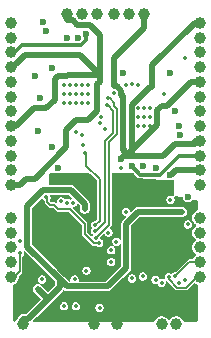
<source format=gbr>
G04 #@! TF.GenerationSoftware,KiCad,Pcbnew,9.0.4*
G04 #@! TF.CreationDate,2025-09-23T15:48:17-04:00*
G04 #@! TF.ProjectId,ESC Module,45534320-4d6f-4647-956c-652e6b696361,rev?*
G04 #@! TF.SameCoordinates,Original*
G04 #@! TF.FileFunction,Copper,L3,Inr*
G04 #@! TF.FilePolarity,Positive*
%FSLAX46Y46*%
G04 Gerber Fmt 4.6, Leading zero omitted, Abs format (unit mm)*
G04 Created by KiCad (PCBNEW 9.0.4) date 2025-09-23 15:48:17*
%MOMM*%
%LPD*%
G01*
G04 APERTURE LIST*
G04 #@! TA.AperFunction,ComponentPad*
%ADD10C,1.000000*%
G04 #@! TD*
G04 #@! TA.AperFunction,ViaPad*
%ADD11C,0.350000*%
G04 #@! TD*
G04 #@! TA.AperFunction,ViaPad*
%ADD12C,0.600000*%
G04 #@! TD*
G04 #@! TA.AperFunction,Conductor*
%ADD13C,0.500000*%
G04 #@! TD*
G04 #@! TA.AperFunction,Conductor*
%ADD14C,0.152400*%
G04 #@! TD*
G04 #@! TA.AperFunction,Conductor*
%ADD15C,0.300000*%
G04 #@! TD*
G04 APERTURE END LIST*
D10*
G04 #@! TO.N,Net-(R102-Pad2)*
G04 #@! TO.C,U7*
X120000000Y-86500000D03*
G04 #@! TD*
G04 #@! TO.N,Net-(R110-Pad2)*
G04 #@! TO.C,U14*
X136000000Y-87750000D03*
G04 #@! TD*
G04 #@! TO.N,/ESC/VS1*
G04 #@! TO.C,U105*
X120000000Y-92750000D03*
G04 #@! TD*
G04 #@! TO.N,/ESC1/VS2*
G04 #@! TO.C,U108*
X136000000Y-89000000D03*
G04 #@! TD*
G04 #@! TO.N,/ESC/TELEMETRY_TX*
G04 #@! TO.C,U121*
X120000000Y-101750000D03*
G04 #@! TD*
G04 #@! TO.N,Vdrive*
G04 #@! TO.C,U18*
X126000000Y-80750000D03*
G04 #@! TD*
G04 #@! TO.N,/ESC1/NRST*
G04 #@! TO.C,U111*
X136000000Y-98000000D03*
G04 #@! TD*
G04 #@! TO.N,/ESC/VS3*
G04 #@! TO.C,U110*
X120000000Y-82750000D03*
G04 #@! TD*
G04 #@! TO.N,Net-(R112-Pad2)*
G04 #@! TO.C,U16*
X136000000Y-92750000D03*
G04 #@! TD*
G04 #@! TO.N,Net-(R103-Pad2)*
G04 #@! TO.C,U5*
X120000000Y-91500000D03*
G04 #@! TD*
G04 #@! TO.N,Net-(R111-Pad2)*
G04 #@! TO.C,U15*
X136000000Y-95250000D03*
G04 #@! TD*
G04 #@! TO.N,/ESC/SWDIO*
G04 #@! TO.C,U202*
X120000000Y-98000000D03*
G04 #@! TD*
G04 #@! TO.N,GND*
G04 #@! TO.C,U22*
X120000000Y-90250000D03*
G04 #@! TD*
G04 #@! TO.N,GND*
G04 #@! TO.C,U116*
X124750000Y-80750000D03*
G04 #@! TD*
G04 #@! TO.N,GND*
G04 #@! TO.C,U118*
X129000000Y-107000000D03*
G04 #@! TD*
G04 #@! TO.N,/ESC/TELEMETRY_RX*
G04 #@! TO.C,U122*
X120000000Y-103000000D03*
G04 #@! TD*
G04 #@! TO.N,GND*
G04 #@! TO.C,U114*
X136000000Y-91500000D03*
G04 #@! TD*
G04 #@! TO.N,VDD*
G04 #@! TO.C,U103*
X128750000Y-80750000D03*
G04 #@! TD*
G04 #@! TO.N,Net-(R108-Pad2)*
G04 #@! TO.C,U12*
X136000000Y-82750000D03*
G04 #@! TD*
G04 #@! TO.N,Net-(R105-Pad2)*
G04 #@! TO.C,U9*
X120000000Y-81500000D03*
G04 #@! TD*
G04 #@! TO.N,/ESC/VS2*
G04 #@! TO.C,U106*
X120000000Y-87750000D03*
G04 #@! TD*
G04 #@! TO.N,GND*
G04 #@! TO.C,U19*
X131250000Y-80750000D03*
G04 #@! TD*
G04 #@! TO.N,Net-(R109-Pad2)*
G04 #@! TO.C,U13*
X136000000Y-90250000D03*
G04 #@! TD*
G04 #@! TO.N,GND*
G04 #@! TO.C,U20*
X120000000Y-95250000D03*
G04 #@! TD*
G04 #@! TO.N,/ESC/PWM*
G04 #@! TO.C,U3*
X132750000Y-107000000D03*
G04 #@! TD*
G04 #@! TO.N,GND*
G04 #@! TO.C,U113*
X136000000Y-81500000D03*
G04 #@! TD*
G04 #@! TO.N,Net-(R106-Pad2)*
G04 #@! TO.C,U10*
X120000000Y-84000000D03*
G04 #@! TD*
G04 #@! TO.N,GND*
G04 #@! TO.C,U115*
X136000000Y-86500000D03*
G04 #@! TD*
G04 #@! TO.N,Vdrive*
G04 #@! TO.C,U101*
X130000000Y-80750000D03*
G04 #@! TD*
G04 #@! TO.N,Net-(R104-Pad2)*
G04 #@! TO.C,U8*
X120000000Y-89000000D03*
G04 #@! TD*
G04 #@! TO.N,/ESC/SWCLK*
G04 #@! TO.C,U201*
X120000000Y-99250000D03*
G04 #@! TD*
G04 #@! TO.N,/ESC1/TELEMETRY_TX*
G04 #@! TO.C,U119*
X136000000Y-100500000D03*
G04 #@! TD*
G04 #@! TO.N,GND*
G04 #@! TO.C,U117*
X127000000Y-107000000D03*
G04 #@! TD*
G04 #@! TO.N,/ESC1/SWDIO*
G04 #@! TO.C,U304*
X136000000Y-103000000D03*
G04 #@! TD*
G04 #@! TO.N,Net-(R107-Pad2)*
G04 #@! TO.C,U11*
X136000000Y-85250000D03*
G04 #@! TD*
G04 #@! TO.N,+3V3*
G04 #@! TO.C,U102*
X121000000Y-107000000D03*
G04 #@! TD*
G04 #@! TO.N,/ESC1/VS1*
G04 #@! TO.C,U107*
X136000000Y-84000000D03*
G04 #@! TD*
G04 #@! TO.N,VDD*
G04 #@! TO.C,U104*
X127250000Y-80750000D03*
G04 #@! TD*
G04 #@! TO.N,GND*
G04 #@! TO.C,U21*
X120000000Y-85250000D03*
G04 #@! TD*
G04 #@! TO.N,/ESC1/PWM*
G04 #@! TO.C,U4*
X134000000Y-107000000D03*
G04 #@! TD*
G04 #@! TO.N,/ESC1/TELEMETRY_RX*
G04 #@! TO.C,U120*
X136000000Y-99250000D03*
G04 #@! TD*
G04 #@! TO.N,/ESC1/VS3*
G04 #@! TO.C,U109*
X136000000Y-94000000D03*
G04 #@! TD*
G04 #@! TO.N,/ESC1/SWCLK*
G04 #@! TO.C,U303*
X136000000Y-101750000D03*
G04 #@! TD*
G04 #@! TO.N,/ESC/NRST*
G04 #@! TO.C,U112*
X120000000Y-100500000D03*
G04 #@! TD*
G04 #@! TO.N,Net-(R101-Pad2)*
G04 #@! TO.C,U6*
X120000000Y-94000000D03*
G04 #@! TD*
D11*
G04 #@! TO.N,GND*
X131750000Y-88750000D03*
X131750000Y-89500000D03*
X131750000Y-90250000D03*
X124500000Y-88250000D03*
X124500000Y-87500000D03*
X124500000Y-86750000D03*
X125000000Y-86750000D03*
X125000000Y-87500000D03*
X125000000Y-88250000D03*
X126500000Y-88250000D03*
X125500000Y-88250000D03*
X126000000Y-88250000D03*
X126500000Y-87500000D03*
X126000000Y-87500000D03*
X126500000Y-86750000D03*
X126000000Y-86750000D03*
X121500000Y-103250000D03*
X128500000Y-106250000D03*
X126500000Y-106500000D03*
X129250000Y-106250000D03*
X130750000Y-100750000D03*
X131500000Y-98750000D03*
X128580123Y-102397267D03*
X132250000Y-99750000D03*
D12*
X127500000Y-85925000D03*
D11*
X130750000Y-106250000D03*
X124250000Y-106500000D03*
X123750000Y-98750000D03*
D12*
X129278600Y-93000000D03*
D11*
X132250000Y-100750000D03*
X125250000Y-100750000D03*
X130750000Y-88750000D03*
X131250000Y-90250000D03*
X131500000Y-100750000D03*
X130750000Y-98750000D03*
X129547673Y-96952945D03*
X123750000Y-100750000D03*
X124000000Y-94500000D03*
X125250000Y-99750000D03*
X126250000Y-103000000D03*
X124500000Y-100750000D03*
X130750000Y-90250000D03*
X125500000Y-86750000D03*
X131250000Y-88750000D03*
X120500000Y-106000000D03*
X133000000Y-99750000D03*
X123000000Y-100750000D03*
X129906995Y-94980566D03*
X131250000Y-89500000D03*
X131500000Y-99750000D03*
X135000000Y-106250000D03*
X121000000Y-105750000D03*
X123000000Y-99750000D03*
X124500000Y-99750000D03*
X125500000Y-87500000D03*
X131500000Y-106250000D03*
X130000000Y-105750000D03*
X123750000Y-99750000D03*
X125000000Y-106500000D03*
X124500000Y-98750000D03*
X123500000Y-95000000D03*
X135000000Y-105750000D03*
X132250000Y-98750000D03*
X123000000Y-98750000D03*
X130750000Y-99750000D03*
X133000000Y-100750000D03*
X123500000Y-96500000D03*
X130750000Y-89500000D03*
X126500000Y-105500000D03*
X122750000Y-106500000D03*
X135500000Y-96750000D03*
X125250000Y-98750000D03*
X130000000Y-106250000D03*
X131500000Y-105750000D03*
X130750000Y-105750000D03*
X129250000Y-105750000D03*
X125750000Y-106500000D03*
X133500000Y-95500000D03*
X123500000Y-106500000D03*
X128500000Y-105750000D03*
X133000000Y-98750000D03*
G04 #@! TO.N,+3V3*
X134500000Y-97500000D03*
X124141995Y-103219873D03*
X126250000Y-97250000D03*
X129250000Y-102750000D03*
X122250000Y-104000000D03*
G04 #@! TO.N,/ESC/VS1*
X127485027Y-100139912D03*
X123000000Y-96250000D03*
G04 #@! TO.N,/ESC/VS2*
X127500000Y-105625000D03*
G04 #@! TO.N,/ESC/VS3*
X124500000Y-105500000D03*
D12*
G04 #@! TO.N,/ESC1/VS1*
X133500462Y-85750462D03*
D11*
X133000000Y-87500000D03*
X128250000Y-99250000D03*
G04 #@! TO.N,/ESC1/VS2*
X129352387Y-93750000D03*
D12*
G04 #@! TO.N,/ESC1/VS3*
X133491320Y-94365123D03*
X134352400Y-91006523D03*
G04 #@! TO.N,Vdrive*
X129487600Y-85750000D03*
D11*
X134750000Y-84500000D03*
D12*
X122250000Y-90675000D03*
X124000000Y-93750000D03*
X135000000Y-96250000D03*
X123000000Y-82175000D03*
D11*
G04 #@! TO.N,/ESC/COMP*
X125391995Y-103219873D03*
X125500000Y-105500000D03*
G04 #@! TO.N,/ESC1/BOOT0*
X134750000Y-103250000D03*
X134986995Y-98564873D03*
D12*
G04 #@! TO.N,/ESC/HO2*
X122028600Y-86000000D03*
X122471155Y-87850001D03*
G04 #@! TO.N,/ESC/HO3*
X123503663Y-85287256D03*
X122738680Y-81469436D03*
G04 #@! TO.N,/ESC1/HO2*
X133893181Y-88991138D03*
X134230278Y-90234123D03*
D11*
G04 #@! TO.N,/ESC/GATE_CH*
X126125000Y-91875000D03*
X125296995Y-96719873D03*
G04 #@! TO.N,/ESC/GATE_AH*
X125500000Y-90750000D03*
X124257184Y-96616911D03*
G04 #@! TO.N,/ESC/GATE_AL*
X127141995Y-98599870D03*
X126250000Y-92500000D03*
G04 #@! TO.N,/ESC/GATE_BH*
X126000000Y-91000000D03*
X124771992Y-96719873D03*
G04 #@! TO.N,/ESC/GATE_BL*
X128103558Y-88455413D03*
X127141995Y-99124873D03*
G04 #@! TO.N,/ESC/GATE_CL*
X127191084Y-99704912D03*
X128250000Y-87875000D03*
G04 #@! TO.N,/ESC/NRST*
X122641995Y-103219873D03*
G04 #@! TO.N,VDD*
X128000000Y-90500000D03*
G04 #@! TO.N,/ESC1/NRST*
X133500000Y-96469873D03*
G04 #@! TO.N,/ESC1/GATE_AL*
X128717995Y-87477531D03*
X128500000Y-101750000D03*
G04 #@! TO.N,/ESC1/GATE_AH*
X132250000Y-103250000D03*
X130780186Y-86774008D03*
G04 #@! TO.N,/ESC1/SWDIO*
X133355527Y-103035534D03*
G04 #@! TO.N,/ESC1/GATE_BH*
X130267442Y-86661220D03*
X131166998Y-102969873D03*
G04 #@! TO.N,/ESC1/GATE_BL*
X128500000Y-100750000D03*
X127666166Y-89440004D03*
G04 #@! TO.N,/ESC1/GATE_CH*
X129750000Y-86750000D03*
X130250000Y-103140447D03*
G04 #@! TO.N,/ESC1/SWCLK*
X133891995Y-102969873D03*
G04 #@! TO.N,/ESC1/GATE_CL*
X127554896Y-89953080D03*
X128927200Y-100029668D03*
G04 #@! TO.N,Net-(U203-PA2)*
X132750000Y-103500000D03*
X126391995Y-102469873D03*
G04 #@! TO.N,Net-(U305-PA2)*
X129750000Y-97500000D03*
X134250000Y-103500000D03*
D12*
G04 #@! TO.N,Net-(R101-Pad2)*
X124750000Y-82750000D03*
G04 #@! TO.N,Net-(R103-Pad2)*
X123500000Y-92000000D03*
G04 #@! TO.N,Net-(R104-Pad2)*
X125698341Y-82774468D03*
G04 #@! TO.N,Net-(R106-Pad2)*
X126378328Y-82452400D03*
G04 #@! TO.N,Net-(R108-Pad2)*
X132240800Y-93749493D03*
G04 #@! TO.N,Net-(R110-Pad2)*
X131221088Y-93628320D03*
G04 #@! TO.N,Net-(R112-Pad2)*
X130221339Y-93630016D03*
D11*
G04 #@! TO.N,/ESC/TELEMETRY_TX*
X120750000Y-100000000D03*
G04 #@! TO.N,/ESC/TELEMETRY_RX*
X120750000Y-101000000D03*
G04 #@! TD*
D13*
G04 #@! TO.N,GND*
X131774528Y-86900443D02*
X131949500Y-86900443D01*
X130250000Y-88424971D02*
X131774528Y-86900443D01*
X130250000Y-92500000D02*
X130250000Y-88424971D01*
X130000000Y-92750000D02*
X130250000Y-92500000D01*
X129640200Y-92750000D02*
X130000000Y-92750000D01*
X123000000Y-88750000D02*
X121951000Y-88750000D01*
X123750000Y-88000000D02*
X123000000Y-88750000D01*
X124000000Y-86000000D02*
X123750000Y-86250000D01*
X124750000Y-86000000D02*
X124000000Y-86000000D01*
X123750000Y-86250000D02*
X123750000Y-88000000D01*
X124825000Y-85925000D02*
X124750000Y-86000000D01*
X121951000Y-88750000D02*
X120451000Y-90250000D01*
X127500000Y-85925000D02*
X124825000Y-85925000D01*
X125825000Y-84250000D02*
X121201000Y-84250000D01*
X127500000Y-85925000D02*
X125825000Y-84250000D01*
X121201000Y-84250000D02*
X120451000Y-85000000D01*
X132750000Y-88500000D02*
X133250000Y-88500000D01*
X121250000Y-94750000D02*
X120750000Y-95250000D01*
X135250000Y-86500000D02*
X135549000Y-86500000D01*
X135549000Y-91750000D02*
X135549000Y-91500000D01*
X129890200Y-92500000D02*
X130000000Y-92500000D01*
X131250000Y-81957106D02*
X128753400Y-84453706D01*
X127500000Y-86500000D02*
X127295600Y-86704400D01*
X127500000Y-85925000D02*
X127500000Y-86500000D01*
X132375000Y-90125000D02*
X132375000Y-88875000D01*
X127295600Y-86704400D02*
X127295600Y-88954400D01*
X133904099Y-91750000D02*
X135549000Y-91750000D01*
X131250000Y-81250000D02*
X131250000Y-81957106D01*
X124750000Y-81250000D02*
X125222399Y-81250000D01*
X129640200Y-92750000D02*
X132904099Y-92750000D01*
X132375000Y-88875000D02*
X132750000Y-88500000D01*
X120750000Y-95250000D02*
X120451000Y-95250000D01*
X131949500Y-85099500D02*
X135549000Y-81500000D01*
X129640200Y-92390200D02*
X129640200Y-92750000D01*
X129318995Y-87568995D02*
X129479600Y-87729600D01*
X124703400Y-92046600D02*
X122000000Y-94750000D01*
X129640200Y-92390200D02*
X129640200Y-92638400D01*
X122000000Y-94750000D02*
X121250000Y-94750000D01*
X129640200Y-92750000D02*
X129890200Y-92500000D01*
X129479600Y-87729600D02*
X129479600Y-92229600D01*
X125222399Y-81250000D02*
X125625799Y-81653400D01*
X131949500Y-85199500D02*
X131949500Y-86900443D01*
X128966938Y-86876531D02*
X129318995Y-87228588D01*
X133250000Y-88500000D02*
X135250000Y-86500000D01*
X124703400Y-90546600D02*
X124703400Y-92046600D01*
X129640200Y-92638400D02*
X129278600Y-93000000D01*
X126500000Y-89750000D02*
X125500000Y-89750000D01*
X125500000Y-89750000D02*
X124703400Y-90546600D01*
X126653400Y-81653400D02*
X127500000Y-82500000D01*
X131949500Y-86900443D02*
X131949500Y-85099500D01*
X132904099Y-92750000D02*
X133904099Y-91750000D01*
X128753400Y-84453706D02*
X128753400Y-86876531D01*
X129318995Y-87228588D02*
X129318995Y-87568995D01*
X129479600Y-92229600D02*
X129640200Y-92390200D01*
X127295600Y-88954400D02*
X126500000Y-89750000D01*
X128753400Y-86876531D02*
X128966938Y-86876531D01*
X130000000Y-92500000D02*
X132375000Y-90125000D01*
X127500000Y-82500000D02*
X127500000Y-85925000D01*
X125625799Y-81653400D02*
X126653400Y-81653400D01*
G04 #@! TO.N,+3V3*
X122751057Y-95649000D02*
X121399000Y-97001057D01*
X129250000Y-102750000D02*
X129750000Y-102250000D01*
X121451000Y-106549000D02*
X121000000Y-106549000D01*
X129750000Y-102250000D02*
X129750000Y-98500000D01*
X129750000Y-98500000D02*
X130750000Y-97500000D01*
X123125000Y-104875000D02*
X121451000Y-106549000D01*
X121399000Y-100476878D02*
X124141995Y-103219873D01*
X122250000Y-104000000D02*
X123125000Y-104875000D01*
X126250000Y-97250000D02*
X126250000Y-96822935D01*
X130750000Y-97500000D02*
X134500000Y-97500000D01*
X124141995Y-103219873D02*
X124141995Y-103858005D01*
X124742995Y-103820873D02*
X128179127Y-103820873D01*
X124141995Y-103219873D02*
X124742995Y-103820873D01*
X128179127Y-103820873D02*
X129250000Y-102750000D01*
X126250000Y-96822935D02*
X125076065Y-95649000D01*
X121399000Y-97001057D02*
X121399000Y-100476878D01*
X124141995Y-103858005D02*
X123125000Y-104875000D01*
X125076065Y-95649000D02*
X122751057Y-95649000D01*
D14*
G04 #@! TO.N,/ESC/VS1*
X124000000Y-97250000D02*
X125000000Y-97250000D01*
X127485027Y-100137383D02*
X127485027Y-100139912D01*
X127479756Y-100132112D02*
X127485027Y-100137383D01*
X123000000Y-96250000D02*
X123072924Y-96322924D01*
X123072800Y-96323047D02*
X123072800Y-96676953D01*
X126250000Y-99367981D02*
X127014131Y-100132112D01*
X123677077Y-96927077D02*
X124000000Y-97250000D01*
X126250000Y-98500000D02*
X126250000Y-99367981D01*
X127014131Y-100132112D02*
X127479756Y-100132112D01*
X123676953Y-96927200D02*
X123677077Y-96927077D01*
X123072800Y-96676953D02*
X123323047Y-96927200D01*
X123072924Y-96322924D02*
X123072800Y-96323047D01*
X125000000Y-97250000D02*
X126250000Y-98500000D01*
X123323047Y-96927200D02*
X123676953Y-96927200D01*
D13*
G04 #@! TO.N,/ESC1/VS3*
X133943150Y-94000000D02*
X135549000Y-94000000D01*
X133491320Y-94365123D02*
X133578027Y-94365123D01*
X133578027Y-94365123D02*
X133943150Y-94000000D01*
D14*
G04 #@! TO.N,/ESC/GATE_AL*
X127500000Y-94750000D02*
X127500000Y-98241865D01*
X127500000Y-98241865D02*
X127141995Y-98599870D01*
X126361600Y-93611600D02*
X127500000Y-94750000D01*
X126361600Y-92611600D02*
X126361600Y-93611600D01*
X126250000Y-92500000D02*
X126361600Y-92611600D01*
G04 #@! TO.N,/ESC/GATE_BL*
X128000000Y-98346018D02*
X127221145Y-99124873D01*
X128205413Y-88455413D02*
X128677200Y-88927200D01*
X127221145Y-99124873D02*
X127141995Y-99124873D01*
X128103558Y-88455413D02*
X128205413Y-88455413D01*
X128677200Y-88927200D02*
X128677200Y-90822800D01*
X128000000Y-91500000D02*
X128000000Y-98346018D01*
X128677200Y-90822800D02*
X128000000Y-91500000D01*
G04 #@! TO.N,/ESC/GATE_CL*
X128305800Y-91626666D02*
X128305800Y-98590196D01*
X128750000Y-88567534D02*
X128983000Y-88800534D01*
X128750000Y-88250000D02*
X128750000Y-88567534D01*
X128305800Y-98590196D02*
X127191084Y-99704912D01*
X128375000Y-87875000D02*
X128750000Y-88250000D01*
X128250000Y-87875000D02*
X128375000Y-87875000D01*
X128983000Y-90949467D02*
X128305800Y-91626666D01*
X128983000Y-88800534D02*
X128983000Y-90949467D01*
G04 #@! TO.N,/ESC1/SWDIO*
X133355527Y-103035534D02*
X133355527Y-103209680D01*
X134073047Y-103927200D02*
X134795600Y-103927200D01*
X133355527Y-103209680D02*
X134073047Y-103927200D01*
X134795600Y-103927200D02*
X135722800Y-103000000D01*
G04 #@! TO.N,/ESC1/SWCLK*
X135111868Y-101750000D02*
X135722800Y-101750000D01*
X133891995Y-102969873D02*
X135111868Y-101750000D01*
D15*
G04 #@! TO.N,Net-(R106-Pad2)*
X126378328Y-82452400D02*
X126378328Y-82947818D01*
X120973132Y-83377868D02*
X120351000Y-84000000D01*
X125948278Y-83377868D02*
X120973132Y-83377868D01*
X126378328Y-82947818D02*
X125948278Y-83377868D01*
G04 #@! TO.N,Net-(R112-Pad2)*
X132647107Y-94352893D02*
X134250000Y-92750000D01*
X130221339Y-93630016D02*
X130944216Y-94352893D01*
X134250000Y-92750000D02*
X135649000Y-92750000D01*
X130944216Y-94352893D02*
X132647107Y-94352893D01*
D14*
G04 #@! TO.N,/ESC/TELEMETRY_RX*
X120750000Y-101000000D02*
X120750000Y-102527200D01*
X120750000Y-102527200D02*
X120277200Y-103000000D01*
G04 #@! TD*
G04 #@! TA.AperFunction,Conductor*
G04 #@! TO.N,GND*
G36*
X121223660Y-100871324D02*
G01*
X123717069Y-103364733D01*
X123738809Y-103411353D01*
X123739095Y-103417907D01*
X123739095Y-103659971D01*
X123721502Y-103708309D01*
X123717069Y-103713145D01*
X123178174Y-104252039D01*
X123131554Y-104273779D01*
X123081867Y-104260465D01*
X123071826Y-104252039D01*
X122513320Y-103693533D01*
X122491580Y-103646913D01*
X122504894Y-103597226D01*
X122547031Y-103567721D01*
X122585957Y-103567721D01*
X122595851Y-103570373D01*
X122688136Y-103570373D01*
X122688139Y-103570373D01*
X122777283Y-103546487D01*
X122857207Y-103500342D01*
X122922464Y-103435085D01*
X122968609Y-103355161D01*
X122992495Y-103266017D01*
X122992495Y-103173729D01*
X122968609Y-103084585D01*
X122922464Y-103004661D01*
X122922461Y-103004658D01*
X122922460Y-103004656D01*
X122857211Y-102939407D01*
X122857208Y-102939405D01*
X122857207Y-102939404D01*
X122777283Y-102893259D01*
X122777282Y-102893258D01*
X122777281Y-102893258D01*
X122744651Y-102884515D01*
X122688139Y-102869373D01*
X122595851Y-102869373D01*
X122549197Y-102881873D01*
X122506708Y-102893258D01*
X122426778Y-102939407D01*
X122361529Y-103004656D01*
X122361526Y-103004660D01*
X122361526Y-103004661D01*
X122352351Y-103020553D01*
X122315380Y-103084586D01*
X122301719Y-103135572D01*
X122291495Y-103173729D01*
X122291495Y-103266017D01*
X122303083Y-103309264D01*
X122311172Y-103339455D01*
X122315381Y-103355161D01*
X122361526Y-103435085D01*
X122361527Y-103435086D01*
X122361529Y-103435089D01*
X122405797Y-103479357D01*
X122427537Y-103525977D01*
X122414223Y-103575664D01*
X122372086Y-103605169D01*
X122333160Y-103605169D01*
X122325212Y-103603039D01*
X122303043Y-103597099D01*
X122196957Y-103597099D01*
X122196956Y-103597099D01*
X122094494Y-103624554D01*
X122094485Y-103624558D01*
X122002613Y-103677599D01*
X121927599Y-103752613D01*
X121874558Y-103844485D01*
X121874554Y-103844494D01*
X121847099Y-103946956D01*
X121847099Y-104053043D01*
X121874554Y-104155505D01*
X121874556Y-104155509D01*
X121874557Y-104155513D01*
X121888928Y-104180405D01*
X121927599Y-104247386D01*
X122502038Y-104821825D01*
X122523778Y-104868445D01*
X122510464Y-104918132D01*
X122502038Y-104928173D01*
X121306140Y-106124074D01*
X121259520Y-106145814D01*
X121252966Y-106146100D01*
X120946957Y-106146100D01*
X120895721Y-106159828D01*
X120844483Y-106173557D01*
X120752614Y-106226598D01*
X120752608Y-106226602D01*
X120677602Y-106301608D01*
X120677598Y-106301614D01*
X120624556Y-106393485D01*
X120608164Y-106454660D01*
X120585690Y-106489526D01*
X120586413Y-106490249D01*
X120583803Y-106492858D01*
X120583801Y-106492860D01*
X120492866Y-106583795D01*
X120492861Y-106583800D01*
X120421407Y-106690737D01*
X120395585Y-106753078D01*
X120392123Y-106756855D01*
X120391234Y-106761900D01*
X120375078Y-106775456D01*
X120360832Y-106791003D01*
X120354788Y-106792481D01*
X120351829Y-106794965D01*
X120326109Y-106799500D01*
X120275700Y-106799500D01*
X120227362Y-106781907D01*
X120201642Y-106737358D01*
X120200500Y-106724300D01*
X120200500Y-103673890D01*
X120218093Y-103625552D01*
X120246923Y-103604414D01*
X120309264Y-103578592D01*
X120416199Y-103507140D01*
X120507140Y-103416199D01*
X120578592Y-103309264D01*
X120627809Y-103190444D01*
X120649444Y-103081678D01*
X120652900Y-103064306D01*
X120652900Y-102979445D01*
X120670493Y-102931107D01*
X120674915Y-102926281D01*
X120944222Y-102656975D01*
X120979100Y-102572770D01*
X120979100Y-102481630D01*
X120979100Y-101297729D01*
X120996693Y-101249391D01*
X121001115Y-101244565D01*
X121030469Y-101215212D01*
X121076614Y-101135288D01*
X121100500Y-101046144D01*
X121100500Y-100953856D01*
X121097848Y-100943959D01*
X121102332Y-100892717D01*
X121138705Y-100856344D01*
X121189949Y-100851860D01*
X121223660Y-100871324D01*
G37*
G04 #@! TD.AperFunction*
G04 #@! TA.AperFunction,Conductor*
G36*
X130430148Y-94267593D02*
G01*
X130434984Y-94272026D01*
X130699198Y-94536240D01*
X130699219Y-94536263D01*
X130758226Y-94595270D01*
X130758229Y-94595272D01*
X130758231Y-94595274D01*
X130788076Y-94612505D01*
X130827298Y-94635150D01*
X130827300Y-94635150D01*
X130827301Y-94635151D01*
X130904338Y-94655793D01*
X131085921Y-94655793D01*
X131127634Y-94668423D01*
X131250000Y-94750000D01*
X133279265Y-94776724D01*
X133311786Y-94785669D01*
X133311951Y-94785272D01*
X133315135Y-94786591D01*
X133315876Y-94786794D01*
X133316507Y-94787159D01*
X133431695Y-94818023D01*
X133431698Y-94818023D01*
X133550943Y-94818023D01*
X133550945Y-94818023D01*
X133666133Y-94787159D01*
X133666135Y-94787157D01*
X133667978Y-94786664D01*
X133668323Y-94786383D01*
X133670121Y-94786090D01*
X133670895Y-94785883D01*
X133670915Y-94785960D01*
X133694097Y-94782187D01*
X133731338Y-94782678D01*
X133779437Y-94800904D01*
X133804569Y-94845787D01*
X133805529Y-94856288D01*
X133832227Y-96125140D01*
X133815655Y-96173837D01*
X133771657Y-96200488D01*
X133720822Y-96192624D01*
X133719444Y-96191847D01*
X133635288Y-96143259D01*
X133635284Y-96143258D01*
X133546144Y-96119373D01*
X133453856Y-96119373D01*
X133407202Y-96131873D01*
X133364713Y-96143258D01*
X133284783Y-96189407D01*
X133219534Y-96254656D01*
X133173385Y-96334586D01*
X133159800Y-96385287D01*
X133149500Y-96423729D01*
X133149500Y-96516017D01*
X133156669Y-96542772D01*
X133173096Y-96604081D01*
X133173386Y-96605161D01*
X133219531Y-96685085D01*
X133219532Y-96685086D01*
X133219534Y-96685089D01*
X133284783Y-96750338D01*
X133284785Y-96750339D01*
X133284788Y-96750342D01*
X133364712Y-96796487D01*
X133453856Y-96820373D01*
X133453859Y-96820373D01*
X133546141Y-96820373D01*
X133546144Y-96820373D01*
X133635288Y-96796487D01*
X133715212Y-96750342D01*
X133780469Y-96685085D01*
X133826614Y-96605161D01*
X133850500Y-96516017D01*
X133850500Y-96423729D01*
X133826614Y-96334585D01*
X133814577Y-96313737D01*
X133805644Y-96263082D01*
X133831363Y-96218533D01*
X133879700Y-96200938D01*
X133881908Y-96200970D01*
X134474180Y-96218917D01*
X134521960Y-96237966D01*
X134546319Y-96283273D01*
X134547100Y-96294082D01*
X134547100Y-96309625D01*
X134573799Y-96409268D01*
X134577964Y-96424813D01*
X134577964Y-96424814D01*
X134637589Y-96528087D01*
X134721912Y-96612410D01*
X134781538Y-96646834D01*
X134825187Y-96672036D01*
X134940375Y-96702900D01*
X134940378Y-96702900D01*
X135059622Y-96702900D01*
X135059625Y-96702900D01*
X135174813Y-96672036D01*
X135278087Y-96612410D01*
X135362410Y-96528087D01*
X135369379Y-96516017D01*
X135374051Y-96507925D01*
X135413456Y-96474860D01*
X135464895Y-96474860D01*
X135492350Y-96492351D01*
X135499999Y-96500000D01*
X135500000Y-96500000D01*
X135724300Y-96500000D01*
X135772638Y-96517593D01*
X135798358Y-96562142D01*
X135799500Y-96575200D01*
X135799500Y-97326108D01*
X135781907Y-97374446D01*
X135753079Y-97395583D01*
X135690739Y-97421405D01*
X135583798Y-97492862D01*
X135583795Y-97492864D01*
X135492864Y-97583795D01*
X135492862Y-97583798D01*
X135421407Y-97690737D01*
X135372191Y-97809556D01*
X135372190Y-97809559D01*
X135349242Y-97924926D01*
X135347100Y-97935695D01*
X135347100Y-98064305D01*
X135372191Y-98190444D01*
X135421408Y-98309264D01*
X135492860Y-98416199D01*
X135492862Y-98416201D01*
X135492864Y-98416204D01*
X135583795Y-98507135D01*
X135583804Y-98507143D01*
X135666613Y-98562474D01*
X135697030Y-98603957D01*
X135693665Y-98655287D01*
X135666613Y-98687526D01*
X135583804Y-98742856D01*
X135583795Y-98742864D01*
X135492864Y-98833795D01*
X135492862Y-98833798D01*
X135421407Y-98940737D01*
X135372191Y-99059556D01*
X135372190Y-99059559D01*
X135347100Y-99185693D01*
X135347100Y-99314306D01*
X135370198Y-99430428D01*
X135372191Y-99440444D01*
X135421408Y-99559264D01*
X135492860Y-99666199D01*
X135492862Y-99666201D01*
X135492864Y-99666204D01*
X135583795Y-99757135D01*
X135583804Y-99757143D01*
X135666613Y-99812474D01*
X135697030Y-99853957D01*
X135693665Y-99905287D01*
X135666613Y-99937526D01*
X135583804Y-99992856D01*
X135583795Y-99992864D01*
X135492864Y-100083795D01*
X135492862Y-100083798D01*
X135421407Y-100190737D01*
X135372191Y-100309556D01*
X135372190Y-100309559D01*
X135347100Y-100435693D01*
X135347100Y-100564306D01*
X135371621Y-100687582D01*
X135372191Y-100690444D01*
X135386200Y-100724265D01*
X135415973Y-100796144D01*
X135421408Y-100809264D01*
X135492860Y-100916199D01*
X135492862Y-100916201D01*
X135492864Y-100916204D01*
X135583795Y-101007135D01*
X135583804Y-101007143D01*
X135666613Y-101062474D01*
X135697030Y-101103957D01*
X135693665Y-101155287D01*
X135666613Y-101187526D01*
X135583804Y-101242856D01*
X135583795Y-101242864D01*
X135492864Y-101333795D01*
X135492862Y-101333798D01*
X135421407Y-101440737D01*
X135412994Y-101461049D01*
X135409480Y-101469534D01*
X135407432Y-101474478D01*
X135372680Y-101512403D01*
X135337956Y-101520900D01*
X135066297Y-101520900D01*
X135041634Y-101531115D01*
X134999530Y-101548555D01*
X134982090Y-101555779D01*
X133940524Y-102597347D01*
X133893904Y-102619087D01*
X133887350Y-102619373D01*
X133845851Y-102619373D01*
X133799197Y-102631873D01*
X133756708Y-102643258D01*
X133676780Y-102689406D01*
X133637142Y-102729044D01*
X133590521Y-102750783D01*
X133546368Y-102740994D01*
X133490815Y-102708920D01*
X133490811Y-102708919D01*
X133401671Y-102685034D01*
X133309383Y-102685034D01*
X133262729Y-102697534D01*
X133220240Y-102708919D01*
X133185384Y-102729044D01*
X133141024Y-102754656D01*
X133140310Y-102755068D01*
X133075061Y-102820317D01*
X133028912Y-102900247D01*
X133018420Y-102939407D01*
X133005027Y-102989390D01*
X133005027Y-102989392D01*
X133005027Y-103081677D01*
X133009023Y-103096593D01*
X133004538Y-103147837D01*
X132968164Y-103184209D01*
X132916920Y-103188691D01*
X132898789Y-103181181D01*
X132885288Y-103173386D01*
X132885287Y-103173385D01*
X132885286Y-103173385D01*
X132852656Y-103164642D01*
X132796144Y-103149500D01*
X132703856Y-103149500D01*
X132665994Y-103159644D01*
X132614750Y-103155159D01*
X132578378Y-103118785D01*
X132577056Y-103115780D01*
X132576615Y-103114717D01*
X132576614Y-103114712D01*
X132530469Y-103034788D01*
X132530466Y-103034785D01*
X132530465Y-103034783D01*
X132465216Y-102969534D01*
X132465213Y-102969532D01*
X132465212Y-102969531D01*
X132385288Y-102923386D01*
X132385287Y-102923385D01*
X132385286Y-102923385D01*
X132352656Y-102914642D01*
X132296144Y-102899500D01*
X132203856Y-102899500D01*
X132157202Y-102912000D01*
X132114713Y-102923385D01*
X132034783Y-102969534D01*
X131969534Y-103034783D01*
X131923385Y-103114713D01*
X131911264Y-103159951D01*
X131899500Y-103203856D01*
X131899500Y-103296144D01*
X131911105Y-103339455D01*
X131915313Y-103355161D01*
X131923386Y-103385288D01*
X131969531Y-103465212D01*
X131969532Y-103465213D01*
X131969534Y-103465216D01*
X132034783Y-103530465D01*
X132034785Y-103530466D01*
X132034788Y-103530469D01*
X132114712Y-103576614D01*
X132203856Y-103600500D01*
X132203859Y-103600500D01*
X132296141Y-103600500D01*
X132296144Y-103600500D01*
X132334005Y-103590355D01*
X132385247Y-103594839D01*
X132421620Y-103631212D01*
X132422941Y-103634213D01*
X132423385Y-103635285D01*
X132423386Y-103635288D01*
X132469531Y-103715212D01*
X132469532Y-103715213D01*
X132469534Y-103715216D01*
X132534783Y-103780465D01*
X132534785Y-103780466D01*
X132534788Y-103780469D01*
X132614712Y-103826614D01*
X132703856Y-103850500D01*
X132703859Y-103850500D01*
X132796141Y-103850500D01*
X132796144Y-103850500D01*
X132885288Y-103826614D01*
X132965212Y-103780469D01*
X133030469Y-103715212D01*
X133076614Y-103635288D01*
X133100500Y-103546144D01*
X133100500Y-103460198D01*
X133118093Y-103411860D01*
X133162642Y-103386140D01*
X133213300Y-103395073D01*
X133228874Y-103407024D01*
X133943270Y-104121420D01*
X133943271Y-104121420D01*
X133943273Y-104121422D01*
X133976749Y-104135288D01*
X134027476Y-104156300D01*
X134027477Y-104156300D01*
X134841170Y-104156300D01*
X134841171Y-104156300D01*
X134872618Y-104143274D01*
X134925375Y-104121422D01*
X135513699Y-103533095D01*
X135560318Y-103511357D01*
X135608650Y-103523743D01*
X135690736Y-103578592D01*
X135743627Y-103600500D01*
X135753077Y-103604414D01*
X135791003Y-103639166D01*
X135799500Y-103673890D01*
X135799500Y-106724300D01*
X135781907Y-106772638D01*
X135737358Y-106798358D01*
X135724300Y-106799500D01*
X134673891Y-106799500D01*
X134625553Y-106781907D01*
X134604415Y-106753078D01*
X134578592Y-106690736D01*
X134507140Y-106583801D01*
X134507137Y-106583798D01*
X134507135Y-106583795D01*
X134416204Y-106492864D01*
X134416201Y-106492862D01*
X134416199Y-106492860D01*
X134309264Y-106421408D01*
X134190444Y-106372191D01*
X134190441Y-106372190D01*
X134190440Y-106372190D01*
X134064307Y-106347100D01*
X134064305Y-106347100D01*
X133935695Y-106347100D01*
X133935693Y-106347100D01*
X133809559Y-106372190D01*
X133809556Y-106372191D01*
X133690737Y-106421407D01*
X133583798Y-106492862D01*
X133583795Y-106492864D01*
X133492864Y-106583795D01*
X133492856Y-106583804D01*
X133437526Y-106666613D01*
X133396043Y-106697030D01*
X133344713Y-106693665D01*
X133312474Y-106666613D01*
X133257143Y-106583804D01*
X133257135Y-106583795D01*
X133166204Y-106492864D01*
X133166201Y-106492862D01*
X133166199Y-106492860D01*
X133059264Y-106421408D01*
X132940444Y-106372191D01*
X132940441Y-106372190D01*
X132940440Y-106372190D01*
X132814307Y-106347100D01*
X132814305Y-106347100D01*
X132685695Y-106347100D01*
X132685693Y-106347100D01*
X132559559Y-106372190D01*
X132559556Y-106372191D01*
X132440737Y-106421407D01*
X132333798Y-106492862D01*
X132333795Y-106492864D01*
X132242864Y-106583795D01*
X132242862Y-106583798D01*
X132171407Y-106690737D01*
X132145585Y-106753078D01*
X132110832Y-106791003D01*
X132076109Y-106799500D01*
X121951833Y-106799500D01*
X121903495Y-106781907D01*
X121877775Y-106737358D01*
X121886708Y-106686700D01*
X121898659Y-106671126D01*
X122176300Y-106393485D01*
X123115930Y-105453856D01*
X124149500Y-105453856D01*
X124149500Y-105546144D01*
X124173386Y-105635288D01*
X124219531Y-105715212D01*
X124219532Y-105715213D01*
X124219534Y-105715216D01*
X124284783Y-105780465D01*
X124284785Y-105780466D01*
X124284788Y-105780469D01*
X124364712Y-105826614D01*
X124453856Y-105850500D01*
X124453859Y-105850500D01*
X124546141Y-105850500D01*
X124546144Y-105850500D01*
X124635288Y-105826614D01*
X124715212Y-105780469D01*
X124780469Y-105715212D01*
X124826614Y-105635288D01*
X124850500Y-105546144D01*
X124850500Y-105453856D01*
X125149500Y-105453856D01*
X125149500Y-105546144D01*
X125173386Y-105635288D01*
X125219531Y-105715212D01*
X125219532Y-105715213D01*
X125219534Y-105715216D01*
X125284783Y-105780465D01*
X125284785Y-105780466D01*
X125284788Y-105780469D01*
X125364712Y-105826614D01*
X125453856Y-105850500D01*
X125453859Y-105850500D01*
X125546141Y-105850500D01*
X125546144Y-105850500D01*
X125635288Y-105826614D01*
X125715212Y-105780469D01*
X125780469Y-105715212D01*
X125826614Y-105635288D01*
X125841735Y-105578856D01*
X127149500Y-105578856D01*
X127149500Y-105671144D01*
X127173386Y-105760288D01*
X127219531Y-105840212D01*
X127219532Y-105840213D01*
X127219534Y-105840216D01*
X127284783Y-105905465D01*
X127284785Y-105905466D01*
X127284788Y-105905469D01*
X127364712Y-105951614D01*
X127453856Y-105975500D01*
X127453859Y-105975500D01*
X127546141Y-105975500D01*
X127546144Y-105975500D01*
X127635288Y-105951614D01*
X127715212Y-105905469D01*
X127780469Y-105840212D01*
X127826614Y-105760288D01*
X127850500Y-105671144D01*
X127850500Y-105578856D01*
X127826614Y-105489712D01*
X127780469Y-105409788D01*
X127780466Y-105409785D01*
X127780465Y-105409783D01*
X127715216Y-105344534D01*
X127715213Y-105344532D01*
X127715212Y-105344531D01*
X127635288Y-105298386D01*
X127635287Y-105298385D01*
X127635286Y-105298385D01*
X127602656Y-105289642D01*
X127546144Y-105274500D01*
X127453856Y-105274500D01*
X127415461Y-105284788D01*
X127364713Y-105298385D01*
X127284783Y-105344534D01*
X127219534Y-105409783D01*
X127173385Y-105489713D01*
X127159594Y-105541180D01*
X127149500Y-105578856D01*
X125841735Y-105578856D01*
X125850500Y-105546144D01*
X125850500Y-105453856D01*
X125826614Y-105364712D01*
X125780469Y-105284788D01*
X125780466Y-105284785D01*
X125780465Y-105284783D01*
X125715216Y-105219534D01*
X125715213Y-105219532D01*
X125715212Y-105219531D01*
X125635288Y-105173386D01*
X125635287Y-105173385D01*
X125635286Y-105173385D01*
X125602656Y-105164642D01*
X125546144Y-105149500D01*
X125453856Y-105149500D01*
X125407202Y-105162000D01*
X125364713Y-105173385D01*
X125284783Y-105219534D01*
X125219534Y-105284783D01*
X125173385Y-105364713D01*
X125165068Y-105395756D01*
X125149500Y-105453856D01*
X124850500Y-105453856D01*
X124826614Y-105364712D01*
X124780469Y-105284788D01*
X124780466Y-105284785D01*
X124780465Y-105284783D01*
X124715216Y-105219534D01*
X124715213Y-105219532D01*
X124715212Y-105219531D01*
X124635288Y-105173386D01*
X124635287Y-105173385D01*
X124635286Y-105173385D01*
X124602656Y-105164642D01*
X124546144Y-105149500D01*
X124453856Y-105149500D01*
X124407202Y-105162000D01*
X124364713Y-105173385D01*
X124284783Y-105219534D01*
X124219534Y-105284783D01*
X124173385Y-105364713D01*
X124165068Y-105395756D01*
X124149500Y-105453856D01*
X123115930Y-105453856D01*
X123447401Y-105122386D01*
X123447401Y-105122384D01*
X123453589Y-105116197D01*
X123453593Y-105116192D01*
X124389377Y-104180408D01*
X124389382Y-104180406D01*
X124411006Y-104158781D01*
X124433286Y-104148393D01*
X124457621Y-104137045D01*
X124457626Y-104137045D01*
X124457649Y-104137051D01*
X124501773Y-104146833D01*
X124559924Y-104180406D01*
X124587481Y-104196316D01*
X124689952Y-104223774D01*
X124689955Y-104223774D01*
X124800641Y-104223774D01*
X124800657Y-104223773D01*
X128121465Y-104223773D01*
X128121481Y-104223774D01*
X128126084Y-104223774D01*
X128232170Y-104223774D01*
X128315910Y-104201335D01*
X128315911Y-104201335D01*
X128325275Y-104198825D01*
X128334641Y-104196316D01*
X128426514Y-104143274D01*
X128501528Y-104068260D01*
X128501529Y-104068256D01*
X128506924Y-104062862D01*
X128506928Y-104062856D01*
X129475483Y-103094303D01*
X129899500Y-103094303D01*
X129899500Y-103186591D01*
X129923386Y-103275735D01*
X129969531Y-103355659D01*
X129969532Y-103355660D01*
X129969534Y-103355663D01*
X130034783Y-103420912D01*
X130034785Y-103420913D01*
X130034788Y-103420916D01*
X130114712Y-103467061D01*
X130203856Y-103490947D01*
X130203859Y-103490947D01*
X130296141Y-103490947D01*
X130296144Y-103490947D01*
X130385288Y-103467061D01*
X130465212Y-103420916D01*
X130530469Y-103355659D01*
X130576614Y-103275735D01*
X130600500Y-103186591D01*
X130600500Y-103094303D01*
X130576614Y-103005159D01*
X130530469Y-102925235D01*
X130530467Y-102925233D01*
X130530466Y-102925231D01*
X130528964Y-102923729D01*
X130816498Y-102923729D01*
X130816498Y-103016017D01*
X130829437Y-103064305D01*
X130838481Y-103098061D01*
X130840384Y-103105161D01*
X130886529Y-103185085D01*
X130886530Y-103185086D01*
X130886532Y-103185089D01*
X130951781Y-103250338D01*
X130951783Y-103250339D01*
X130951786Y-103250342D01*
X131031710Y-103296487D01*
X131120854Y-103320373D01*
X131120857Y-103320373D01*
X131213139Y-103320373D01*
X131213142Y-103320373D01*
X131302286Y-103296487D01*
X131382210Y-103250342D01*
X131447467Y-103185085D01*
X131493612Y-103105161D01*
X131517498Y-103016017D01*
X131517498Y-102923729D01*
X131493612Y-102834585D01*
X131447467Y-102754661D01*
X131447464Y-102754658D01*
X131447463Y-102754656D01*
X131382214Y-102689407D01*
X131382211Y-102689405D01*
X131382210Y-102689404D01*
X131302286Y-102643259D01*
X131302285Y-102643258D01*
X131302284Y-102643258D01*
X131269654Y-102634515D01*
X131213142Y-102619373D01*
X131120854Y-102619373D01*
X131074200Y-102631873D01*
X131031711Y-102643258D01*
X130951781Y-102689407D01*
X130886532Y-102754656D01*
X130840383Y-102834586D01*
X130826592Y-102886053D01*
X130816498Y-102923729D01*
X130528964Y-102923729D01*
X130465216Y-102859981D01*
X130465213Y-102859979D01*
X130465212Y-102859978D01*
X130385288Y-102813833D01*
X130385287Y-102813832D01*
X130385286Y-102813832D01*
X130352656Y-102805089D01*
X130296144Y-102789947D01*
X130203856Y-102789947D01*
X130157202Y-102802447D01*
X130114713Y-102813832D01*
X130034783Y-102859981D01*
X129969534Y-102925230D01*
X129969531Y-102925234D01*
X129969531Y-102925235D01*
X129966141Y-102931107D01*
X129923385Y-103005160D01*
X129910915Y-103051703D01*
X129899500Y-103094303D01*
X129475483Y-103094303D01*
X129572400Y-102997386D01*
X129572399Y-102997386D01*
X129991192Y-102578593D01*
X129991202Y-102578586D01*
X130072397Y-102497391D01*
X130072401Y-102497387D01*
X130125443Y-102405514D01*
X130141095Y-102347100D01*
X130152901Y-102303043D01*
X130152901Y-102196957D01*
X130152901Y-102192355D01*
X130152900Y-102192337D01*
X130152900Y-98698034D01*
X130170493Y-98649696D01*
X130174926Y-98644860D01*
X130301057Y-98518729D01*
X134636495Y-98518729D01*
X134636495Y-98611017D01*
X134645880Y-98646043D01*
X134656995Y-98687527D01*
X134660381Y-98700161D01*
X134706526Y-98780085D01*
X134706527Y-98780086D01*
X134706529Y-98780089D01*
X134771778Y-98845338D01*
X134771780Y-98845339D01*
X134771783Y-98845342D01*
X134851707Y-98891487D01*
X134940851Y-98915373D01*
X134940854Y-98915373D01*
X135033136Y-98915373D01*
X135033139Y-98915373D01*
X135122283Y-98891487D01*
X135202207Y-98845342D01*
X135267464Y-98780085D01*
X135313609Y-98700161D01*
X135337495Y-98611017D01*
X135337495Y-98518729D01*
X135313609Y-98429585D01*
X135267464Y-98349661D01*
X135267461Y-98349658D01*
X135267460Y-98349656D01*
X135202211Y-98284407D01*
X135202208Y-98284405D01*
X135202207Y-98284404D01*
X135122283Y-98238259D01*
X135122282Y-98238258D01*
X135122281Y-98238258D01*
X135089651Y-98229515D01*
X135033139Y-98214373D01*
X134940851Y-98214373D01*
X134894197Y-98226873D01*
X134851708Y-98238258D01*
X134771778Y-98284407D01*
X134706529Y-98349656D01*
X134660380Y-98429586D01*
X134651003Y-98464583D01*
X134636495Y-98518729D01*
X130301057Y-98518729D01*
X130359160Y-98460626D01*
X130535380Y-98284407D01*
X130894861Y-97924926D01*
X130941481Y-97903186D01*
X130948035Y-97902900D01*
X134553040Y-97902900D01*
X134553043Y-97902900D01*
X134655514Y-97875443D01*
X134659940Y-97872888D01*
X134666368Y-97869176D01*
X134747387Y-97822401D01*
X134822401Y-97747387D01*
X134875443Y-97655514D01*
X134902900Y-97553043D01*
X134902900Y-97446957D01*
X134875443Y-97344486D01*
X134875442Y-97344485D01*
X134875442Y-97344483D01*
X134822401Y-97252613D01*
X134822397Y-97252608D01*
X134747391Y-97177602D01*
X134747385Y-97177598D01*
X134655516Y-97124557D01*
X134614525Y-97113574D01*
X134553043Y-97097100D01*
X134553040Y-97097100D01*
X130807662Y-97097100D01*
X130807646Y-97097099D01*
X130803043Y-97097099D01*
X130696957Y-97097099D01*
X130606183Y-97121422D01*
X130594487Y-97124556D01*
X130594477Y-97124560D01*
X130558496Y-97145335D01*
X130558494Y-97145336D01*
X130502617Y-97177595D01*
X130502612Y-97177599D01*
X130481465Y-97198747D01*
X130427599Y-97252613D01*
X130427597Y-97252615D01*
X130319382Y-97360830D01*
X130219196Y-97461016D01*
X130172576Y-97482755D01*
X130122889Y-97469441D01*
X130093386Y-97427307D01*
X130076614Y-97364712D01*
X130030469Y-97284788D01*
X130030466Y-97284785D01*
X130030465Y-97284783D01*
X129965216Y-97219534D01*
X129965213Y-97219532D01*
X129965212Y-97219531D01*
X129885288Y-97173386D01*
X129885287Y-97173385D01*
X129885286Y-97173385D01*
X129852656Y-97164642D01*
X129796144Y-97149500D01*
X129703856Y-97149500D01*
X129657202Y-97162000D01*
X129614713Y-97173385D01*
X129534783Y-97219534D01*
X129469534Y-97284783D01*
X129423385Y-97364713D01*
X129409594Y-97416180D01*
X129399500Y-97453856D01*
X129399500Y-97546144D01*
X129409590Y-97583801D01*
X129420747Y-97625442D01*
X129423386Y-97635288D01*
X129469531Y-97715212D01*
X129469532Y-97715213D01*
X129469534Y-97715216D01*
X129534783Y-97780465D01*
X129534785Y-97780466D01*
X129534788Y-97780469D01*
X129614712Y-97826614D01*
X129677304Y-97843385D01*
X129719440Y-97872888D01*
X129732754Y-97922575D01*
X129711015Y-97969196D01*
X129504508Y-98175704D01*
X129504507Y-98175704D01*
X129427602Y-98252608D01*
X129427598Y-98252614D01*
X129374556Y-98344485D01*
X129370105Y-98361095D01*
X129370106Y-98361096D01*
X129347099Y-98446958D01*
X129347099Y-98559098D01*
X129347100Y-98559111D01*
X129347100Y-99775307D01*
X129329507Y-99823645D01*
X129284958Y-99849365D01*
X129234300Y-99840432D01*
X129211549Y-99817685D01*
X129210667Y-99818363D01*
X129207667Y-99814453D01*
X129142416Y-99749202D01*
X129142413Y-99749200D01*
X129142412Y-99749199D01*
X129062488Y-99703054D01*
X129062487Y-99703053D01*
X129062486Y-99703053D01*
X129029856Y-99694310D01*
X128973344Y-99679168D01*
X128881056Y-99679168D01*
X128834402Y-99691668D01*
X128791913Y-99703053D01*
X128711983Y-99749202D01*
X128646734Y-99814451D01*
X128600585Y-99894381D01*
X128597663Y-99905287D01*
X128576700Y-99983524D01*
X128576700Y-100075812D01*
X128600586Y-100164956D01*
X128646731Y-100244880D01*
X128646732Y-100244881D01*
X128646734Y-100244884D01*
X128696312Y-100294462D01*
X128718052Y-100341082D01*
X128704738Y-100390769D01*
X128662601Y-100420274D01*
X128623676Y-100420274D01*
X128565879Y-100404788D01*
X128546144Y-100399500D01*
X128453856Y-100399500D01*
X128407202Y-100412000D01*
X128364713Y-100423385D01*
X128284783Y-100469534D01*
X128219534Y-100534783D01*
X128173385Y-100614713D01*
X128163607Y-100651208D01*
X128149500Y-100703856D01*
X128149500Y-100796144D01*
X128173386Y-100885288D01*
X128219531Y-100965212D01*
X128219532Y-100965213D01*
X128219534Y-100965216D01*
X128284783Y-101030465D01*
X128284785Y-101030466D01*
X128284788Y-101030469D01*
X128364712Y-101076614D01*
X128453856Y-101100500D01*
X128453859Y-101100500D01*
X128546141Y-101100500D01*
X128546144Y-101100500D01*
X128635288Y-101076614D01*
X128715212Y-101030469D01*
X128780469Y-100965212D01*
X128826614Y-100885288D01*
X128850500Y-100796144D01*
X128850500Y-100703856D01*
X128826614Y-100614712D01*
X128780469Y-100534788D01*
X128780466Y-100534785D01*
X128780465Y-100534783D01*
X128730887Y-100485205D01*
X128709147Y-100438585D01*
X128722461Y-100388898D01*
X128764598Y-100359393D01*
X128803522Y-100359393D01*
X128881056Y-100380168D01*
X128881059Y-100380168D01*
X128973341Y-100380168D01*
X128973344Y-100380168D01*
X129062488Y-100356282D01*
X129142412Y-100310137D01*
X129173706Y-100278843D01*
X129207667Y-100244883D01*
X129210667Y-100240973D01*
X129212029Y-100242018D01*
X129246181Y-100213363D01*
X129297620Y-100213363D01*
X129337025Y-100246429D01*
X129347100Y-100284028D01*
X129347100Y-102051964D01*
X129329507Y-102100302D01*
X129325075Y-102105138D01*
X129002614Y-102427600D01*
X129002613Y-102427600D01*
X128034267Y-103395947D01*
X127987647Y-103417687D01*
X127981093Y-103417973D01*
X125799781Y-103417973D01*
X125751443Y-103400380D01*
X125725723Y-103355831D01*
X125727143Y-103323310D01*
X125727930Y-103320373D01*
X125742495Y-103266017D01*
X125742495Y-103173729D01*
X125718609Y-103084585D01*
X125672464Y-103004661D01*
X125672461Y-103004658D01*
X125672460Y-103004656D01*
X125607211Y-102939407D01*
X125607208Y-102939405D01*
X125607207Y-102939404D01*
X125527283Y-102893259D01*
X125527282Y-102893258D01*
X125527281Y-102893258D01*
X125494651Y-102884515D01*
X125438139Y-102869373D01*
X125345851Y-102869373D01*
X125299197Y-102881873D01*
X125256708Y-102893258D01*
X125176778Y-102939407D01*
X125111529Y-103004656D01*
X125111526Y-103004660D01*
X125111526Y-103004661D01*
X125102351Y-103020553D01*
X125065380Y-103084586D01*
X125051719Y-103135572D01*
X125041495Y-103173729D01*
X125041495Y-103266017D01*
X125056060Y-103320373D01*
X125056847Y-103323310D01*
X125056547Y-103326736D01*
X125058267Y-103329715D01*
X125054335Y-103352008D01*
X125052363Y-103374554D01*
X125049931Y-103376985D01*
X125049334Y-103380373D01*
X125031993Y-103394923D01*
X125015990Y-103410927D01*
X125011819Y-103411851D01*
X125009929Y-103413438D01*
X124984209Y-103417973D01*
X124941030Y-103417973D01*
X124892692Y-103400380D01*
X124887856Y-103395947D01*
X124468690Y-102976782D01*
X124468674Y-102976763D01*
X124386767Y-102894856D01*
X124386744Y-102894835D01*
X123915638Y-102423729D01*
X126041495Y-102423729D01*
X126041495Y-102516017D01*
X126056603Y-102572401D01*
X126059657Y-102583801D01*
X126065381Y-102605161D01*
X126111526Y-102685085D01*
X126111527Y-102685086D01*
X126111529Y-102685089D01*
X126176778Y-102750338D01*
X126176780Y-102750339D01*
X126176783Y-102750342D01*
X126256707Y-102796487D01*
X126345851Y-102820373D01*
X126345854Y-102820373D01*
X126438136Y-102820373D01*
X126438139Y-102820373D01*
X126527283Y-102796487D01*
X126607207Y-102750342D01*
X126672464Y-102685085D01*
X126718609Y-102605161D01*
X126742495Y-102516017D01*
X126742495Y-102423729D01*
X126718609Y-102334585D01*
X126672464Y-102254661D01*
X126672461Y-102254658D01*
X126672460Y-102254656D01*
X126607211Y-102189407D01*
X126607208Y-102189405D01*
X126607207Y-102189404D01*
X126527283Y-102143259D01*
X126527282Y-102143258D01*
X126527281Y-102143258D01*
X126494651Y-102134515D01*
X126438139Y-102119373D01*
X126345851Y-102119373D01*
X126299197Y-102131873D01*
X126256708Y-102143258D01*
X126176778Y-102189407D01*
X126111529Y-102254656D01*
X126065380Y-102334586D01*
X126051589Y-102386053D01*
X126041495Y-102423729D01*
X123915638Y-102423729D01*
X123195765Y-101703856D01*
X128149500Y-101703856D01*
X128149500Y-101796144D01*
X128173386Y-101885288D01*
X128219531Y-101965212D01*
X128219532Y-101965213D01*
X128219534Y-101965216D01*
X128284783Y-102030465D01*
X128284785Y-102030466D01*
X128284788Y-102030469D01*
X128364712Y-102076614D01*
X128453856Y-102100500D01*
X128453859Y-102100500D01*
X128546141Y-102100500D01*
X128546144Y-102100500D01*
X128635288Y-102076614D01*
X128715212Y-102030469D01*
X128780469Y-101965212D01*
X128826614Y-101885288D01*
X128850500Y-101796144D01*
X128850500Y-101703856D01*
X128826614Y-101614712D01*
X128780469Y-101534788D01*
X128780466Y-101534785D01*
X128780465Y-101534783D01*
X128715216Y-101469534D01*
X128715213Y-101469532D01*
X128715212Y-101469531D01*
X128635288Y-101423386D01*
X128635287Y-101423385D01*
X128635286Y-101423385D01*
X128602656Y-101414642D01*
X128546144Y-101399500D01*
X128453856Y-101399500D01*
X128407202Y-101412000D01*
X128364713Y-101423385D01*
X128284783Y-101469534D01*
X128219534Y-101534783D01*
X128173385Y-101614713D01*
X128159594Y-101666180D01*
X128149500Y-101703856D01*
X123195765Y-101703856D01*
X121823926Y-100332017D01*
X121802186Y-100285397D01*
X121801900Y-100278843D01*
X121801900Y-97199090D01*
X121819493Y-97150752D01*
X121823915Y-97145927D01*
X122571575Y-96398267D01*
X122618193Y-96376528D01*
X122667880Y-96389842D01*
X122689870Y-96413839D01*
X122719531Y-96465212D01*
X122719532Y-96465213D01*
X122719534Y-96465216D01*
X122784787Y-96530469D01*
X122797569Y-96537848D01*
X122806098Y-96542772D01*
X122839164Y-96582176D01*
X122843700Y-96607898D01*
X122843700Y-96722525D01*
X122848030Y-96732978D01*
X122848032Y-96732982D01*
X122878577Y-96806727D01*
X123193272Y-97121422D01*
X123200849Y-97124560D01*
X123242594Y-97141850D01*
X123242596Y-97141852D01*
X123242597Y-97141852D01*
X123264083Y-97150752D01*
X123277476Y-97156300D01*
X123277477Y-97156300D01*
X123368617Y-97156300D01*
X123551155Y-97156300D01*
X123599493Y-97173893D01*
X123604318Y-97178315D01*
X123752111Y-97326108D01*
X123870226Y-97444223D01*
X123920899Y-97465211D01*
X123920900Y-97465212D01*
X123934788Y-97470964D01*
X123954429Y-97479100D01*
X123954430Y-97479100D01*
X124045570Y-97479100D01*
X124873955Y-97479100D01*
X124922293Y-97496693D01*
X124927129Y-97501126D01*
X125998874Y-98572871D01*
X126020614Y-98619491D01*
X126020900Y-98626045D01*
X126020900Y-99413553D01*
X126027890Y-99430428D01*
X126032039Y-99440444D01*
X126055778Y-99497756D01*
X126819910Y-100261887D01*
X126884356Y-100326333D01*
X126968560Y-100361212D01*
X127179498Y-100361212D01*
X127227836Y-100378805D01*
X127232661Y-100383227D01*
X127269815Y-100420381D01*
X127349739Y-100466526D01*
X127438883Y-100490412D01*
X127438886Y-100490412D01*
X127531168Y-100490412D01*
X127531171Y-100490412D01*
X127620315Y-100466526D01*
X127700239Y-100420381D01*
X127765496Y-100355124D01*
X127811641Y-100275200D01*
X127835527Y-100186056D01*
X127835527Y-100093768D01*
X127811641Y-100004624D01*
X127765496Y-99924700D01*
X127765493Y-99924697D01*
X127765492Y-99924695D01*
X127700243Y-99859446D01*
X127700240Y-99859444D01*
X127700239Y-99859443D01*
X127620315Y-99813298D01*
X127620312Y-99813297D01*
X127620308Y-99813295D01*
X127597319Y-99807135D01*
X127589084Y-99801368D01*
X127579184Y-99799623D01*
X127568630Y-99787045D01*
X127555183Y-99777629D01*
X127551844Y-99767041D01*
X127546119Y-99760218D01*
X127541584Y-99734498D01*
X127541584Y-99709556D01*
X127559177Y-99661218D01*
X127563598Y-99656393D01*
X127821630Y-99398361D01*
X127868248Y-99376623D01*
X127917935Y-99389937D01*
X127939924Y-99413933D01*
X127969531Y-99465212D01*
X127969532Y-99465213D01*
X127969534Y-99465216D01*
X128034783Y-99530465D01*
X128034785Y-99530466D01*
X128034788Y-99530469D01*
X128114712Y-99576614D01*
X128203856Y-99600500D01*
X128203859Y-99600500D01*
X128296141Y-99600500D01*
X128296144Y-99600500D01*
X128385288Y-99576614D01*
X128465212Y-99530469D01*
X128530469Y-99465212D01*
X128576614Y-99385288D01*
X128600500Y-99296144D01*
X128600500Y-99203856D01*
X128576614Y-99114712D01*
X128530469Y-99034788D01*
X128530466Y-99034785D01*
X128530465Y-99034783D01*
X128465216Y-98969534D01*
X128465213Y-98969532D01*
X128465212Y-98969531D01*
X128413934Y-98939925D01*
X128380872Y-98900521D01*
X128380872Y-98849081D01*
X128398360Y-98821630D01*
X128500021Y-98719971D01*
X128534900Y-98635767D01*
X128534900Y-94325200D01*
X128552493Y-94276862D01*
X128597042Y-94251142D01*
X128610100Y-94250000D01*
X130381810Y-94250000D01*
X130430148Y-94267593D01*
G37*
G04 #@! TD.AperFunction*
G04 #@! TA.AperFunction,Conductor*
G36*
X126693193Y-94267593D02*
G01*
X126698029Y-94272026D01*
X127248874Y-94822870D01*
X127270614Y-94869490D01*
X127270900Y-94876044D01*
X127270900Y-98115819D01*
X127265285Y-98131245D01*
X127263855Y-98147599D01*
X127254439Y-98161046D01*
X127253307Y-98164157D01*
X127248875Y-98168993D01*
X127190525Y-98227344D01*
X127143905Y-98249084D01*
X127137350Y-98249370D01*
X127095851Y-98249370D01*
X127049197Y-98261870D01*
X127006708Y-98273255D01*
X126926778Y-98319404D01*
X126861529Y-98384653D01*
X126815380Y-98464583D01*
X126803979Y-98507135D01*
X126791495Y-98553726D01*
X126791495Y-98646014D01*
X126805434Y-98698034D01*
X126811311Y-98719971D01*
X126815381Y-98735158D01*
X126861526Y-98815082D01*
X126861527Y-98815083D01*
X126861529Y-98815086D01*
X126862689Y-98816598D01*
X126863033Y-98817692D01*
X126863991Y-98819350D01*
X126863623Y-98819562D01*
X126878152Y-98865659D01*
X126863742Y-98905248D01*
X126863990Y-98905392D01*
X126863178Y-98906797D01*
X126862688Y-98908145D01*
X126861526Y-98909659D01*
X126815381Y-98989583D01*
X126815381Y-98989585D01*
X126791495Y-99078729D01*
X126791495Y-99171017D01*
X126800294Y-99203856D01*
X126812253Y-99248489D01*
X126815381Y-99260161D01*
X126861526Y-99340085D01*
X126861527Y-99340086D01*
X126861529Y-99340089D01*
X126907702Y-99386262D01*
X126929442Y-99432882D01*
X126918888Y-99478330D01*
X126914158Y-99486156D01*
X126910615Y-99489700D01*
X126880595Y-99541693D01*
X126880192Y-99542362D01*
X126860728Y-99558042D01*
X126841551Y-99574133D01*
X126840755Y-99574133D01*
X126840134Y-99574633D01*
X126815120Y-99574133D01*
X126790111Y-99574133D01*
X126789300Y-99573616D01*
X126788705Y-99573605D01*
X126787150Y-99572247D01*
X126762657Y-99556642D01*
X126646459Y-99440444D01*
X126501125Y-99295109D01*
X126479386Y-99248489D01*
X126479100Y-99241935D01*
X126479100Y-98454428D01*
X126479099Y-98454427D01*
X126476005Y-98446957D01*
X126468809Y-98429585D01*
X126444222Y-98370225D01*
X126444221Y-98370224D01*
X126444221Y-98370223D01*
X125272745Y-97198747D01*
X125251005Y-97152127D01*
X125264319Y-97102440D01*
X125306456Y-97072935D01*
X125325919Y-97070373D01*
X125343136Y-97070373D01*
X125343139Y-97070373D01*
X125432283Y-97046487D01*
X125512207Y-97000342D01*
X125544754Y-96967795D01*
X125577462Y-96935088D01*
X125577462Y-96935087D01*
X125577464Y-96935085D01*
X125607122Y-96883715D01*
X125609756Y-96881505D01*
X125610647Y-96878183D01*
X125629187Y-96865200D01*
X125646527Y-96850651D01*
X125649966Y-96850651D01*
X125652784Y-96848678D01*
X125675332Y-96850651D01*
X125697967Y-96850651D01*
X125701570Y-96852946D01*
X125704028Y-96853162D01*
X125725421Y-96868142D01*
X125825074Y-96967795D01*
X125846814Y-97014415D01*
X125847100Y-97020969D01*
X125847100Y-97303043D01*
X125858204Y-97344483D01*
X125874557Y-97405516D01*
X125927598Y-97497385D01*
X125927602Y-97497391D01*
X126002608Y-97572397D01*
X126002611Y-97572399D01*
X126002613Y-97572401D01*
X126022354Y-97583798D01*
X126094483Y-97625442D01*
X126094485Y-97625442D01*
X126094486Y-97625443D01*
X126196957Y-97652900D01*
X126196960Y-97652900D01*
X126303040Y-97652900D01*
X126303043Y-97652900D01*
X126405514Y-97625443D01*
X126497387Y-97572401D01*
X126572401Y-97497387D01*
X126625443Y-97405514D01*
X126652900Y-97303043D01*
X126652900Y-96882046D01*
X126652901Y-96882033D01*
X126652901Y-96769891D01*
X126627133Y-96673729D01*
X126627131Y-96673721D01*
X126625444Y-96667422D01*
X126625443Y-96667420D01*
X126589498Y-96605161D01*
X126572401Y-96575548D01*
X126572399Y-96575546D01*
X126572397Y-96575543D01*
X126494772Y-96497918D01*
X126494749Y-96497897D01*
X125402760Y-95405909D01*
X125402744Y-95405890D01*
X125323456Y-95326602D01*
X125323450Y-95326598D01*
X125231579Y-95273556D01*
X125216788Y-95269593D01*
X125209923Y-95267754D01*
X125129109Y-95246099D01*
X125129108Y-95246099D01*
X125023022Y-95246099D01*
X125018419Y-95246099D01*
X125018403Y-95246100D01*
X123325200Y-95246100D01*
X123276862Y-95228507D01*
X123251142Y-95183958D01*
X123250000Y-95170900D01*
X123250000Y-94325200D01*
X123267593Y-94276862D01*
X123312142Y-94251142D01*
X123325200Y-94250000D01*
X126644855Y-94250000D01*
X126693193Y-94267593D01*
G37*
G04 #@! TD.AperFunction*
G04 #@! TA.AperFunction,Conductor*
G36*
X124926369Y-96069493D02*
G01*
X124931205Y-96073926D01*
X125148725Y-96291446D01*
X125149971Y-96294119D01*
X125152546Y-96295563D01*
X125160712Y-96317152D01*
X125170465Y-96338066D01*
X125169701Y-96340915D01*
X125170745Y-96343675D01*
X125163125Y-96365457D01*
X125157151Y-96387753D01*
X125154448Y-96390260D01*
X125153760Y-96392230D01*
X125136718Y-96406714D01*
X125133966Y-96409268D01*
X125133516Y-96409534D01*
X125081783Y-96439404D01*
X125079633Y-96441553D01*
X125072908Y-96445550D01*
X125051744Y-96449556D01*
X125031207Y-96456030D01*
X125026533Y-96454329D01*
X125022366Y-96455118D01*
X125010649Y-96448548D01*
X124991615Y-96441620D01*
X124991472Y-96441869D01*
X124990064Y-96441056D01*
X124988720Y-96440567D01*
X124987208Y-96439407D01*
X124987205Y-96439405D01*
X124987204Y-96439404D01*
X124907280Y-96393259D01*
X124907279Y-96393258D01*
X124907278Y-96393258D01*
X124874648Y-96384515D01*
X124818136Y-96369373D01*
X124725848Y-96369373D01*
X124644009Y-96391301D01*
X124636700Y-96393260D01*
X124618527Y-96403752D01*
X124567868Y-96412683D01*
X124527755Y-96391800D01*
X124472400Y-96336445D01*
X124472397Y-96336443D01*
X124472396Y-96336442D01*
X124392472Y-96290297D01*
X124392471Y-96290296D01*
X124392470Y-96290296D01*
X124359840Y-96281553D01*
X124303328Y-96266411D01*
X124211040Y-96266411D01*
X124164386Y-96278911D01*
X124121897Y-96290296D01*
X124061443Y-96325200D01*
X124045189Y-96334585D01*
X124041967Y-96336445D01*
X123976718Y-96401694D01*
X123930569Y-96481624D01*
X123923522Y-96507925D01*
X123906684Y-96570767D01*
X123906684Y-96570769D01*
X123906684Y-96661662D01*
X123903801Y-96669583D01*
X123904901Y-96677940D01*
X123895241Y-96693101D01*
X123889091Y-96710000D01*
X123881789Y-96714215D01*
X123877261Y-96721323D01*
X123860116Y-96726728D01*
X123844542Y-96735720D01*
X123834934Y-96734667D01*
X123828202Y-96736790D01*
X123802705Y-96731137D01*
X123765304Y-96715644D01*
X123765026Y-96715528D01*
X123723568Y-96698160D01*
X123723336Y-96698114D01*
X123723040Y-96698054D01*
X123722661Y-96697977D01*
X123722647Y-96697977D01*
X123677635Y-96697977D01*
X123632435Y-96697794D01*
X123631988Y-96697977D01*
X123631507Y-96697977D01*
X123624732Y-96697977D01*
X123623484Y-96698100D01*
X123449092Y-96698100D01*
X123433664Y-96692484D01*
X123417311Y-96691054D01*
X123403865Y-96681639D01*
X123400754Y-96680507D01*
X123395917Y-96676074D01*
X123323925Y-96604081D01*
X123302186Y-96557461D01*
X123301900Y-96550907D01*
X123301900Y-96448243D01*
X123311975Y-96410643D01*
X123314243Y-96406714D01*
X123326614Y-96385288D01*
X123350500Y-96296144D01*
X123350500Y-96203856D01*
X123335148Y-96146561D01*
X123339632Y-96095319D01*
X123376005Y-96058946D01*
X123407786Y-96051900D01*
X124878031Y-96051900D01*
X124926369Y-96069493D01*
G37*
G04 #@! TD.AperFunction*
G04 #@! TD*
M02*

</source>
